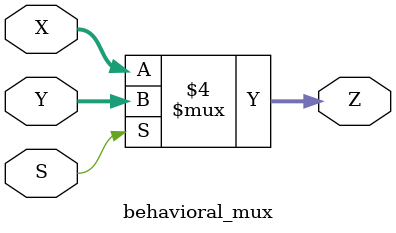
<source format=v>
`timescale 1ns / 1ps

module behavioral_mux(X, Y, S, Z);

// Define external wires
input wire [1:0] X;
input wire [1:0] Y;
input wire [0:0] S;
output reg [1:0] Z;

// Logic
always @(X or Y or S)
begin
    if(S == 0)
        Z = X;
    else
        Z = Y; 
end

endmodule
</source>
